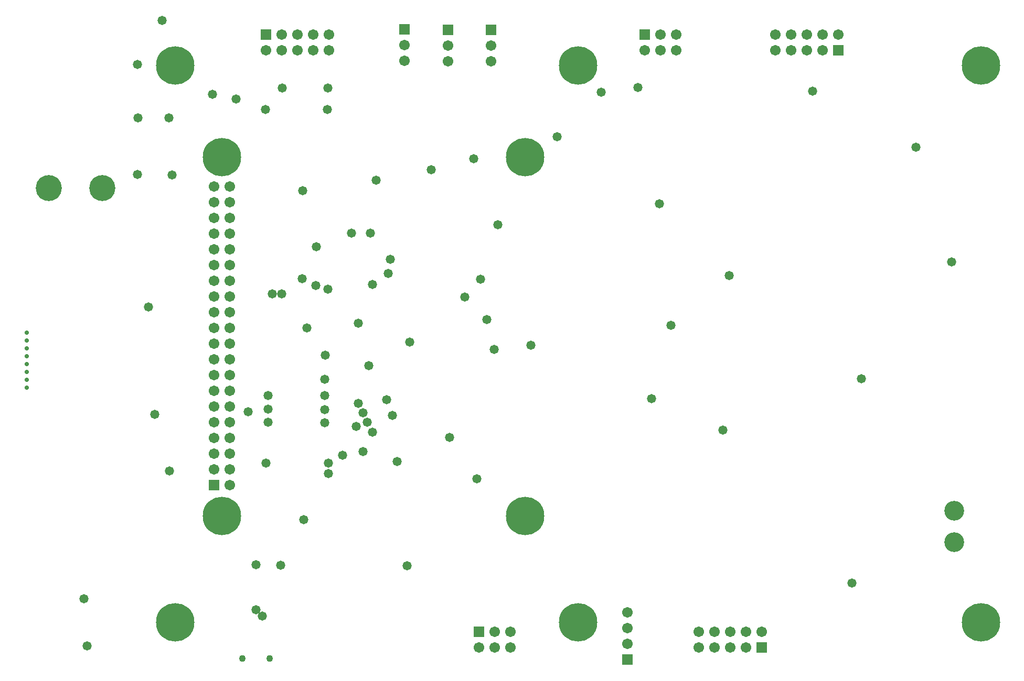
<source format=gbr>
%FSDAX33Y33*%
%MOMM*%
%SFA1B1*%

%IPPOS*%
%ADD33C,1.703200*%
%ADD34R,1.703200X1.703200*%
%ADD35C,6.203201*%
%ADD36C,4.203200*%
%ADD37C,0.703199*%
%ADD38C,3.203199*%
%ADD39C,1.103201*%
%ADD40C,1.473200*%
%LNfilm_botsolder-1*%
%LPD*%
G54D35*
X202626Y106818D03*
Y196818D03*
G54D38*
X198326Y119778D03*
Y124858D03*
G54D34*
X179626Y199278D03*
G54D33*
X179626Y201818D03*
X177086Y199278D03*
Y201818D03*
X174546Y199278D03*
Y201818D03*
X172006Y199278D03*
Y201818D03*
X169466Y199278D03*
Y201818D03*
G54D34*
X167246Y102818D03*
G54D33*
X167246Y105358D03*
X164706Y102818D03*
Y105358D03*
X162166Y102818D03*
Y105358D03*
X159626Y102818D03*
Y105358D03*
X157086Y102818D03*
Y105358D03*
X153456Y199318D03*
Y201858D03*
X150916Y199318D03*
Y201858D03*
X148376Y199318D03*
G54D34*
X148376Y201858D03*
X145626Y100838D03*
G54D33*
X145626Y103378D03*
Y105918D03*
Y108458D03*
G54D35*
X137626Y106818D03*
Y196818D03*
X129126Y124068D03*
Y182068D03*
G54D33*
X126706Y102818D03*
Y105358D03*
X124166Y102818D03*
Y105358D03*
X123626Y197528D03*
Y200068D03*
G54D34*
X123626Y202608D03*
G54D33*
X121626Y102818D03*
G54D34*
X121626Y105358D03*
G54D33*
X116626Y197528D03*
Y200068D03*
G54D34*
X116626Y202608D03*
G54D33*
X109626Y197568D03*
Y200108D03*
G54D34*
X109626Y202648D03*
G54D33*
X097416Y199278D03*
Y201818D03*
X094876Y199278D03*
Y201818D03*
X092336Y199278D03*
Y201818D03*
X089796Y199278D03*
Y201818D03*
G54D39*
X087826Y100968D03*
G54D33*
X087256Y199278D03*
G54D34*
X087256Y201818D03*
G54D39*
X083426Y100968D03*
G54D33*
X081416Y128988D03*
Y131528D03*
Y134068D03*
Y136608D03*
Y139148D03*
Y141688D03*
Y144228D03*
Y146768D03*
Y149308D03*
Y151848D03*
Y154388D03*
Y156928D03*
Y159468D03*
Y162008D03*
Y164548D03*
Y167088D03*
Y169628D03*
Y172168D03*
Y174708D03*
Y177248D03*
G54D35*
X080126Y124068D03*
Y182068D03*
G54D34*
X078876Y128988D03*
G54D33*
X078876Y131528D03*
Y134068D03*
Y136608D03*
Y139148D03*
Y141688D03*
Y144228D03*
Y146768D03*
Y149308D03*
Y151848D03*
Y154388D03*
Y156928D03*
Y159468D03*
Y162008D03*
Y164548D03*
Y167088D03*
Y169628D03*
Y172168D03*
Y174708D03*
Y177248D03*
G54D35*
X072626Y106818D03*
Y196818D03*
G54D36*
X060818Y177076D03*
X052182D03*
G54D37*
X048626Y144818D03*
Y146088D03*
Y147358D03*
Y148628D03*
Y149898D03*
Y151168D03*
Y152438D03*
Y153708D03*
G54D40*
X197926Y165118D03*
X192126Y183618D03*
X183326Y146218D03*
X181826Y113218D03*
X175526Y192718D03*
X162026Y162918D03*
X161026Y137918D03*
X152626Y154818D03*
X150726Y174518D03*
X149526Y143018D03*
X147326Y193318D03*
X141326Y192518D03*
X134226Y185318D03*
X130026Y151618D03*
X124726Y171118D03*
X124126Y150918D03*
X122926Y155818D03*
X121926Y162318D03*
X121326Y130018D03*
X120826Y181818D03*
X119326Y159418D03*
X116926Y136718D03*
X113926Y180018D03*
X110426Y152118D03*
X110026Y116018D03*
X108426Y132818D03*
X107626Y140318D03*
X107326Y165518D03*
X107026Y163218D03*
X106726Y142818D03*
X105026Y178318D03*
X104426Y137618D03*
Y161418D03*
X104126Y169718D03*
X103826Y148318D03*
X103626Y139218D03*
X102926Y140718D03*
X102926Y134418D03*
X102126Y142218D03*
Y155218D03*
X101826Y138518D03*
X101026Y169718D03*
X099626Y133818D03*
X097326Y130918D03*
Y132618D03*
X097231Y160713D03*
X097226Y193218D03*
X097176Y189768D03*
X096826Y150018D03*
X096726Y139118D03*
Y141218D03*
Y143518D03*
Y146118D03*
X095426Y167518D03*
X095326Y161318D03*
X093876Y154468D03*
X093326Y123418D03*
X093226Y176618D03*
X093126Y162418D03*
X089926Y193218D03*
X089770Y159918D03*
X089626Y116068D03*
X088246Y159918D03*
X087626Y139218D03*
Y141318D03*
Y143518D03*
X087226Y132618D03*
X087176Y189768D03*
X086703Y107840D03*
X085626Y108918D03*
Y116118D03*
X084426Y140918D03*
X082476Y191468D03*
X078626Y192218D03*
X072126Y179118D03*
X071726Y131318D03*
X071626Y188418D03*
X070526Y204118D03*
X069326Y140418D03*
X068326Y157818D03*
X066626Y188418D03*
X066526Y179218D03*
Y197018D03*
X058376Y103068D03*
X057926Y110618D03*
M02*
</source>
